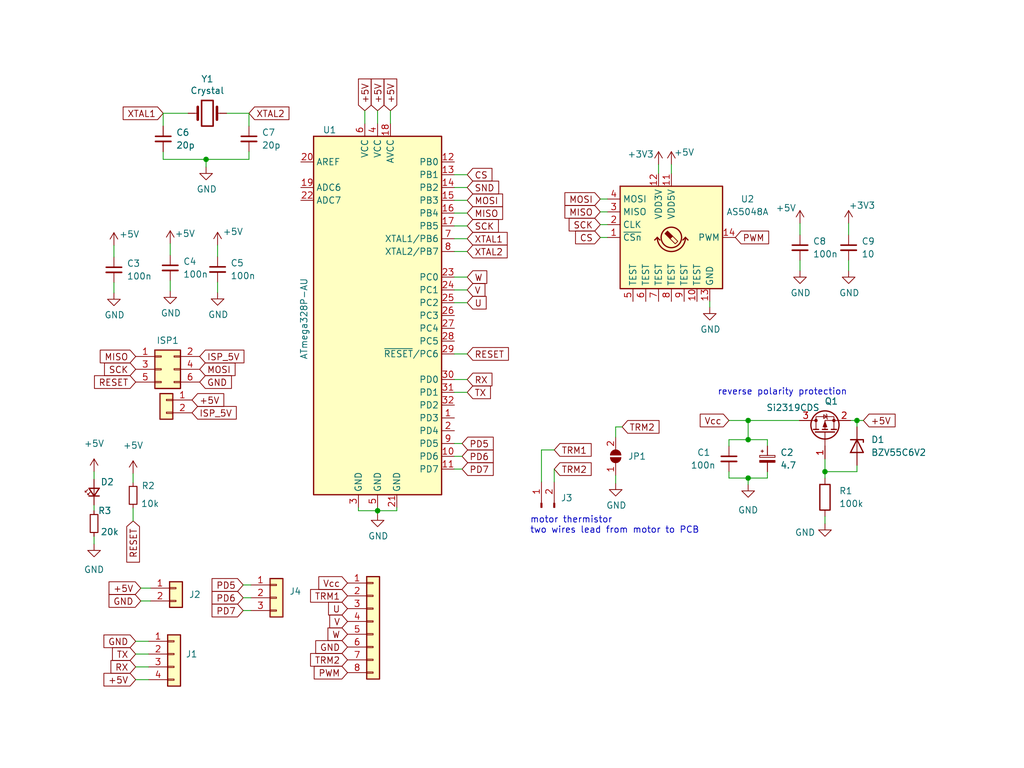
<source format=kicad_sch>
(kicad_sch (version 20211123) (generator eeschema)
  (paper "User" 203.2 152.4)
  (lib_symbols
    (symbol "Connector:Conn_01x02_Male" (pin_names (offset 1.016) hide)
      (property "Reference" "J" (at 0 2.54 0))
      (property "Value" "Conn_01x02_Male" (at 0 -5.08 0))
      (symbol "Conn_01x02_Male_1_1"
        (polyline (pts (xy 1.27 -2.54) (xy 0.8636 -2.54)) (stroke (width 0.1524)))
        (polyline (pts (xy 1.27 0) (xy 0.8636 0)) (stroke (width 0.1524)))
        (rectangle (start 0.8636 -2.413) (end 0 -2.667) (stroke (width 0.1524)) (fill (type outline)))
        (rectangle (start 0.8636 0.127) (end 0 -0.127) (stroke (width 0.1524)) (fill (type outline)))
        (pin passive line (at 5.08 0 180) (length 3.81) (name "Pin_1") (number "1"))
        (pin passive line (at 5.08 -2.54 180) (length 3.81) (name "Pin_2") (number "2"))
      )
    )
    (symbol "Connector_Generic:Conn_01x02" (pin_names (offset 1.016) hide)
      (property "Reference" "J" (at 0 2.54 0))
      (property "Value" "Conn_01x02" (at 0 -5.08 0))
      (symbol "Conn_01x02_1_1"
        (rectangle (start -1.27 -2.413) (end 0 -2.667) (stroke (width 0.1524)))
        (rectangle (start -1.27 0.127) (end 0 -0.127) (stroke (width 0.1524)))
        (rectangle (start -1.27 1.27) (end 1.27 -3.81) (stroke (width 0.254)) (fill (type background)))
        (pin passive line (at -5.08 0 0) (length 3.81) (name "Pin_1") (number "1"))
        (pin passive line (at -5.08 -2.54 0) (length 3.81) (name "Pin_2") (number "2"))
      )
    )
    (symbol "Connector_Generic:Conn_01x03" (pin_names (offset 1.016) hide)
      (property "Reference" "J" (at 0 5.08 0))
      (property "Value" "Conn_01x03" (at 0 -5.08 0))
      (symbol "Conn_01x03_1_1"
        (rectangle (start -1.27 -2.413) (end 0 -2.667) (stroke (width 0.1524)))
        (rectangle (start -1.27 0.127) (end 0 -0.127) (stroke (width 0.1524)))
        (rectangle (start -1.27 2.667) (end 0 2.413) (stroke (width 0.1524)))
        (rectangle (start -1.27 3.81) (end 1.27 -3.81) (stroke (width 0.254)) (fill (type background)))
        (pin passive line (at -5.08 2.54 0) (length 3.81) (name "Pin_1") (number "1"))
        (pin passive line (at -5.08 0 0) (length 3.81) (name "Pin_2") (number "2"))
        (pin passive line (at -5.08 -2.54 0) (length 3.81) (name "Pin_3") (number "3"))
      )
    )
    (symbol "Connector_Generic:Conn_01x04" (pin_names (offset 1.016) hide)
      (property "Reference" "J" (at 0 5.08 0))
      (property "Value" "Conn_01x04" (at 0 -7.62 0))
      (symbol "Conn_01x04_1_1"
        (rectangle (start -1.27 -4.953) (end 0 -5.207) (stroke (width 0.1524)))
        (rectangle (start -1.27 -2.413) (end 0 -2.667) (stroke (width 0.1524)))
        (rectangle (start -1.27 0.127) (end 0 -0.127) (stroke (width 0.1524)))
        (rectangle (start -1.27 2.667) (end 0 2.413) (stroke (width 0.1524)))
        (rectangle (start -1.27 3.81) (end 1.27 -6.35) (stroke (width 0.254)) (fill (type background)))
        (pin passive line (at -5.08 2.54 0) (length 3.81) (name "Pin_1") (number "1"))
        (pin passive line (at -5.08 0 0) (length 3.81) (name "Pin_2") (number "2"))
        (pin passive line (at -5.08 -2.54 0) (length 3.81) (name "Pin_3") (number "3"))
        (pin passive line (at -5.08 -5.08 0) (length 3.81) (name "Pin_4") (number "4"))
      )
    )
    (symbol "Connector_Generic:Conn_01x08" (pin_names (offset 1.016) hide)
      (property "Reference" "J" (at 0 10.16 0))
      (property "Value" "Conn_01x08" (at 0 -12.7 0))
      (symbol "Conn_01x08_1_1"
        (rectangle (start -1.27 -10.033) (end 0 -10.287) (stroke (width 0.1524)))
        (rectangle (start -1.27 -7.493) (end 0 -7.747) (stroke (width 0.1524)))
        (rectangle (start -1.27 -4.953) (end 0 -5.207) (stroke (width 0.1524)))
        (rectangle (start -1.27 -2.413) (end 0 -2.667) (stroke (width 0.1524)))
        (rectangle (start -1.27 0.127) (end 0 -0.127) (stroke (width 0.1524)))
        (rectangle (start -1.27 2.667) (end 0 2.413) (stroke (width 0.1524)))
        (rectangle (start -1.27 5.207) (end 0 4.953) (stroke (width 0.1524)))
        (rectangle (start -1.27 7.747) (end 0 7.493) (stroke (width 0.1524)))
        (rectangle (start -1.27 8.89) (end 1.27 -11.43) (stroke (width 0.254)) (fill (type background)))
        (pin passive line (at -5.08 7.62 0) (length 3.81) (name "Pin_1") (number "1"))
        (pin passive line (at -5.08 5.08 0) (length 3.81) (name "Pin_2") (number "2"))
        (pin passive line (at -5.08 2.54 0) (length 3.81) (name "Pin_3") (number "3"))
        (pin passive line (at -5.08 0 0) (length 3.81) (name "Pin_4") (number "4"))
        (pin passive line (at -5.08 -2.54 0) (length 3.81) (name "Pin_5") (number "5"))
        (pin passive line (at -5.08 -5.08 0) (length 3.81) (name "Pin_6") (number "6"))
        (pin passive line (at -5.08 -7.62 0) (length 3.81) (name "Pin_7") (number "7"))
        (pin passive line (at -5.08 -10.16 0) (length 3.81) (name "Pin_8") (number "8"))
      )
    )
    (symbol "Connector_Generic:Conn_02x03_Odd_Even" (pin_names (offset 1.016) hide)
      (property "Reference" "ISP1" (at 1.27 5.715 0))
      (symbol "Conn_02x03_Odd_Even_1_1"
        (rectangle (start -1.27 -2.413) (end 0 -2.667) (stroke (width 0.1524)))
        (rectangle (start -1.27 0.127) (end 0 -0.127) (stroke (width 0.1524)))
        (rectangle (start -1.27 2.667) (end 0 2.413) (stroke (width 0.1524)))
        (rectangle (start -1.27 3.81) (end 3.81 -3.81) (stroke (width 0.254)) (fill (type background)))
        (rectangle (start 3.81 -2.413) (end 2.54 -2.667) (stroke (width 0.1524)))
        (rectangle (start 3.81 0.127) (end 2.54 -0.127) (stroke (width 0.1524)))
        (rectangle (start 3.81 2.667) (end 2.54 2.413) (stroke (width 0.1524)))
        (pin passive line (at -5.08 2.54 0) (length 3.81) (name "Pin_1") (number "1"))
        (pin passive line (at 7.62 2.54 180) (length 3.81) (name "Pin_2") (number "2"))
        (pin passive line (at -5.08 0 0) (length 3.81) (name "Pin_3") (number "3"))
        (pin passive line (at 7.62 0 180) (length 3.81) (name "Pin_4") (number "4"))
        (pin passive line (at -5.08 -2.54 0) (length 3.81) (name "Pin_5") (number "5"))
        (pin passive line (at 7.62 -2.54 180) (length 3.81) (name "Pin_6") (number "6"))
      )
    )
    (symbol "Device:C_Polarized_Small" (pin_numbers hide) (pin_names (offset 0.254) hide)
      (property "Reference" "C" (at 0.254 1.778 0))
      (property "Value" "C_Polarized_Small" (at 0.254 -2.032 0))
      (symbol "C_Polarized_Small_0_1"
        (rectangle (start -1.524 -0.3048) (end 1.524 -0.6858) (fill (type outline)))
        (rectangle (start -1.524 0.6858) (end 1.524 0.3048))
        (polyline (pts (xy -1.27 1.524) (xy -0.762 1.524)))
        (polyline (pts (xy -1.016 1.27) (xy -1.016 1.778)))
      )
      (symbol "C_Polarized_Small_1_1"
        (pin passive line (at 0 2.54 270) (length 1.8542) (name "~") (number "1"))
        (pin passive line (at 0 -2.54 90) (length 1.8542) (name "~") (number "2"))
      )
    )
    (symbol "Device:C_Small" (pin_numbers hide) (pin_names (offset 0.254) hide)
      (property "Reference" "C" (at 0.254 1.778 0))
      (property "Value" "C_Small" (at 0.254 -2.032 0))
      (symbol "C_Small_0_1"
        (polyline (pts (xy -1.524 -0.508) (xy 1.524 -0.508)) (stroke (width 0.3302)))
        (polyline (pts (xy -1.524 0.508) (xy 1.524 0.508)) (stroke (width 0.3048)))
      )
      (symbol "C_Small_1_1"
        (pin passive line (at 0 2.54 270) (length 2.032) (name "~") (number "1"))
        (pin passive line (at 0 -2.54 90) (length 2.032) (name "~") (number "2"))
      )
    )
    (symbol "Device:Crystal" (pin_numbers hide) (pin_names (offset 1.016) hide)
      (property "Reference" "Y" (at 0 3.81 0))
      (property "Value" "Crystal" (at 0 -3.81 0))
      (symbol "Crystal_0_1"
        (rectangle (start -1.143 2.54) (end 1.143 -2.54) (stroke (width 0.3048)))
        (polyline (pts (xy -2.54 0) (xy -1.905 0)))
        (polyline (pts (xy -1.905 -1.27) (xy -1.905 1.27)) (stroke (width 0.508)))
        (polyline (pts (xy 1.905 -1.27) (xy 1.905 1.27)) (stroke (width 0.508)))
        (polyline (pts (xy 2.54 0) (xy 1.905 0)))
      )
      (symbol "Crystal_1_1"
        (pin passive line (at -3.81 0 0) (length 1.27) (name "1") (number "1"))
        (pin passive line (at 3.81 0 180) (length 1.27) (name "2") (number "2"))
      )
    )
    (symbol "Device:LED_Small" (pin_numbers hide) (pin_names (offset 0.254) hide)
      (property "Reference" "D" (at -1.27 3.175 0))
      (property "Value" "LED_Small" (at -4.445 -2.54 0))
      (symbol "LED_Small_0_1"
        (polyline (pts (xy -0.762 -1.016) (xy -0.762 1.016)) (stroke (width 0.254)))
        (polyline (pts (xy 1.016 0) (xy -0.762 0)))
        (polyline (pts (xy 0.762 -1.016) (xy -0.762 0) (xy 0.762 1.016) (xy 0.762 -1.016)) (stroke (width 0.254)))
        (polyline (pts (xy 0 0.762) (xy -0.508 1.27) (xy -0.254 1.27) (xy -0.508 1.27) (xy -0.508 1.016)))
        (polyline (pts (xy 0.508 1.27) (xy 0 1.778) (xy 0.254 1.778) (xy 0 1.778) (xy 0 1.524)))
      )
      (symbol "LED_Small_1_1"
        (pin passive line (at -2.54 0 0) (length 1.778) (name "K") (number "1"))
        (pin passive line (at 2.54 0 180) (length 1.778) (name "A") (number "2"))
      )
    )
    (symbol "Device:R" (pin_numbers hide) (pin_names (offset 0))
      (property "Reference" "R" (at 2.032 0 90))
      (property "Value" "R" (at 0 0 90))
      (symbol "R_0_1"
        (rectangle (start -1.016 -2.54) (end 1.016 2.54) (stroke (width 0.254)))
      )
      (symbol "R_1_1"
        (pin passive line (at 0 3.81 270) (length 1.27) (name "~") (number "1"))
        (pin passive line (at 0 -3.81 90) (length 1.27) (name "~") (number "2"))
      )
    )
    (symbol "Device:R_Small" (pin_numbers hide) (pin_names (offset 0.254) hide)
      (property "Reference" "R" (at 0.762 0.508 0))
      (property "Value" "R_Small" (at 0.762 -1.016 0))
      (symbol "R_Small_0_1"
        (rectangle (start -0.762 1.778) (end 0.762 -1.778) (stroke (width 0.2032)))
      )
      (symbol "R_Small_1_1"
        (pin passive line (at 0 2.54 270) (length 0.762) (name "~") (number "1"))
        (pin passive line (at 0 -2.54 90) (length 0.762) (name "~") (number "2"))
      )
    )
    (symbol "Diode:BZV55B10" (pin_numbers hide) (pin_names hide)
      (property "Reference" "D" (at 0 2.54 0))
      (property "Value" "BZV55B10" (at 0 -2.54 0))
      (symbol "BZV55B10_0_1"
        (polyline (pts (xy 1.27 0) (xy -1.27 0)))
        (polyline (pts (xy -1.27 -1.27) (xy -1.27 1.27) (xy -0.762 1.27)) (stroke (width 0.254)))
        (polyline (pts (xy 1.27 -1.27) (xy 1.27 1.27) (xy -1.27 0) (xy 1.27 -1.27)) (stroke (width 0.254)))
      )
      (symbol "BZV55B10_1_1"
        (pin passive line (at -3.81 0 0) (length 2.54) (name "K") (number "1"))
        (pin passive line (at 3.81 0 180) (length 2.54) (name "A") (number "2"))
      )
    )
    (symbol "Jumper:SolderJumper_2_Open" (pin_names (offset 0) hide)
      (property "Reference" "JP" (at 0 2.032 0))
      (property "Value" "SolderJumper_2_Open" (at 0 -2.54 0))
      (symbol "SolderJumper_2_Open_0_1"
        (arc (start -0.254 1.016) (mid -1.27 0) (end -0.254 -1.016))
        (arc (start -0.254 1.016) (mid -1.27 0) (end -0.254 -1.016) (fill (type outline)))
        (polyline (pts (xy -0.254 1.016) (xy -0.254 -1.016)))
        (polyline (pts (xy 0.254 1.016) (xy 0.254 -1.016)))
        (arc (start 0.254 -1.016) (mid 1.27 0) (end 0.254 1.016))
        (arc (start 0.254 -1.016) (mid 1.27 0) (end 0.254 1.016) (fill (type outline)))
      )
      (symbol "SolderJumper_2_Open_1_1"
        (pin passive line (at -3.81 0 0) (length 2.54) (name "A") (number "1"))
        (pin passive line (at 3.81 0 180) (length 2.54) (name "B") (number "2"))
      )
    )
    (symbol "Sensor_Magnetic:AS5048A"
      (property "Reference" "U" (at -10.16 11.43 0))
      (property "Value" "AS5048A" (at 10.16 11.43 0))
      (symbol "AS5048A_0_1"
        (rectangle (start -10.16 10.16) (end 10.16 -10.16) (stroke (width 0.254)) (fill (type background)))
        (arc (start -2.794 0) (mid 0 -2.794) (end 2.794 0) (stroke (width 0.254)))
        (polyline (pts (xy -2.794 0) (xy -3.302 -0.508)) (stroke (width 0.254)))
        (polyline (pts (xy -2.794 0) (xy -2.286 -0.508)) (stroke (width 0.254)))
        (polyline (pts (xy 2.794 0) (xy 2.286 -0.508)) (stroke (width 0.254)))
        (polyline (pts (xy 2.794 0) (xy 3.302 -0.508)) (stroke (width 0.254)))
      )
      (symbol "AS5048A_1_1"
        (polyline (pts (xy 0.254 0.254) (xy 1.27 -0.762) (xy 0.762 -1.27) (xy -0.254 -0.254)))
        (polyline (pts (xy -0.762 1.27) (xy 0.254 0.254) (xy -0.254 -0.254) (xy -1.27 0.762) (xy -1.016 1.016) (xy -0.762 1.27) (xy -0.635 1.143)) (fill (type outline)))
        (circle (center 0 0) (radius 2.032) (stroke (width 0.254)))
        (pin input line (at -12.7 0 0) (length 2.54) (name "~{CSn}") (number "1"))
        (pin passive line (at 5.08 -12.7 90) (length 2.54) (name "TEST") (number "10"))
        (pin power_in line (at 0 12.7 270) (length 2.54) (name "VDD5V") (number "11"))
        (pin power_in line (at -2.54 12.7 270) (length 2.54) (name "VDD3V") (number "12"))
        (pin power_in line (at 7.62 -12.7 90) (length 2.54) (name "GND") (number "13"))
        (pin output line (at 12.7 0 180) (length 2.54) (name "PWM") (number "14"))
        (pin input line (at -12.7 2.54 0) (length 2.54) (name "CLK") (number "2"))
        (pin output line (at -12.7 5.08 0) (length 2.54) (name "MISO") (number "3"))
        (pin input line (at -12.7 7.62 0) (length 2.54) (name "MOSI") (number "4"))
        (pin passive line (at -7.62 -12.7 90) (length 2.54) (name "TEST") (number "5"))
        (pin passive line (at -5.08 -12.7 90) (length 2.54) (name "TEST") (number "6"))
        (pin passive line (at -2.54 -12.7 90) (length 2.54) (name "TEST") (number "7"))
        (pin passive line (at 0 -12.7 90) (length 2.54) (name "TEST") (number "8"))
        (pin passive line (at 2.54 -12.7 90) (length 2.54) (name "TEST") (number "9"))
      )
    )
    (symbol "Transistor_FET:Si2319CDS" (pin_names hide)
      (property "Reference" "Q" (at 5.08 1.905 0))
      (property "Value" "Si2319CDS" (at 5.08 0 0))
      (symbol "Si2319CDS_0_1"
        (polyline (pts (xy 0.254 0) (xy -2.54 0)))
        (polyline (pts (xy 0.254 1.905) (xy 0.254 -1.905)) (stroke (width 0.254)))
        (polyline (pts (xy 0.762 -1.27) (xy 0.762 -2.286)) (stroke (width 0.254)))
        (polyline (pts (xy 0.762 0.508) (xy 0.762 -0.508)) (stroke (width 0.254)))
        (polyline (pts (xy 0.762 2.286) (xy 0.762 1.27)) (stroke (width 0.254)))
        (polyline (pts (xy 2.54 2.54) (xy 2.54 1.778)))
        (polyline (pts (xy 2.54 -2.54) (xy 2.54 0) (xy 0.762 0)))
        (polyline (pts (xy 0.762 1.778) (xy 3.302 1.778) (xy 3.302 -1.778) (xy 0.762 -1.778)))
        (polyline (pts (xy 2.286 0) (xy 1.27 0.381) (xy 1.27 -0.381) (xy 2.286 0)) (fill (type outline)))
        (polyline (pts (xy 2.794 -0.508) (xy 2.921 -0.381) (xy 3.683 -0.381) (xy 3.81 -0.254)))
        (polyline (pts (xy 3.302 -0.381) (xy 2.921 0.254) (xy 3.683 0.254) (xy 3.302 -0.381)))
        (circle (center 1.651 0) (radius 2.794) (stroke (width 0.254)))
        (circle (center 2.54 -1.778) (radius 0.254) (fill (type outline)))
        (circle (center 2.54 1.778) (radius 0.254) (fill (type outline)))
      )
      (symbol "Si2319CDS_1_1"
        (pin input line (at -5.08 0 0) (length 2.54) (name "G") (number "1"))
        (pin passive line (at 2.54 -5.08 90) (length 2.54) (name "S") (number "2"))
        (pin passive line (at 2.54 5.08 270) (length 2.54) (name "D") (number "3"))
      )
    )
    (symbol "atmega328-rescue:ATmega328P-AU-MCU_Microchip_ATmega"
      (property "Reference" "U" (at -12.7 36.83 0))
      (property "Value" "ATmega328P-AU-MCU_Microchip_ATmega" (at 11.43 -36.83 0))
      (symbol "ATmega328P-AU-MCU_Microchip_ATmega_0_1"
        (rectangle (start -12.7 -35.56) (end 12.7 35.56) (stroke (width 0.254)) (fill (type background)))
      )
      (symbol "ATmega328P-AU-MCU_Microchip_ATmega_1_1"
        (pin bidirectional line (at 15.24 -20.32 180) (length 2.54) (name "PD3") (number "1"))
        (pin bidirectional line (at 15.24 -27.94 180) (length 2.54) (name "PD6") (number "10"))
        (pin bidirectional line (at 15.24 -30.48 180) (length 2.54) (name "PD7") (number "11"))
        (pin bidirectional line (at 15.24 30.48 180) (length 2.54) (name "PB0") (number "12"))
        (pin bidirectional line (at 15.24 27.94 180) (length 2.54) (name "PB1") (number "13"))
        (pin bidirectional line (at 15.24 25.4 180) (length 2.54) (name "PB2") (number "14"))
        (pin bidirectional line (at 15.24 22.86 180) (length 2.54) (name "PB3") (number "15"))
        (pin bidirectional line (at 15.24 20.32 180) (length 2.54) (name "PB4") (number "16"))
        (pin bidirectional line (at 15.24 17.78 180) (length 2.54) (name "PB5") (number "17"))
        (pin power_in line (at 2.54 38.1 270) (length 2.54) (name "AVCC") (number "18"))
        (pin input line (at -15.24 25.4 0) (length 2.54) (name "ADC6") (number "19"))
        (pin bidirectional line (at 15.24 -22.86 180) (length 2.54) (name "PD4") (number "2"))
        (pin passive line (at -15.24 30.48 0) (length 2.54) (name "AREF") (number "20"))
        (pin passive line (at 3.81 -38.1 90) (length 2.54) (name "GND") (number "21"))
        (pin input line (at -15.24 22.86 0) (length 2.54) (name "ADC7") (number "22"))
        (pin bidirectional line (at 15.24 7.62 180) (length 2.54) (name "PC0") (number "23"))
        (pin bidirectional line (at 15.24 5.08 180) (length 2.54) (name "PC1") (number "24"))
        (pin bidirectional line (at 15.24 2.54 180) (length 2.54) (name "PC2") (number "25"))
        (pin bidirectional line (at 15.24 0 180) (length 2.54) (name "PC3") (number "26"))
        (pin bidirectional line (at 15.24 -2.54 180) (length 2.54) (name "PC4") (number "27"))
        (pin bidirectional line (at 15.24 -5.08 180) (length 2.54) (name "PC5") (number "28"))
        (pin bidirectional line (at 15.24 -7.62 180) (length 2.54) (name "~{RESET}/PC6") (number "29"))
        (pin power_in line (at -3.81 -38.1 90) (length 2.54) (name "GND") (number "3"))
        (pin bidirectional line (at 15.24 -12.7 180) (length 2.54) (name "PD0") (number "30"))
        (pin bidirectional line (at 15.24 -15.24 180) (length 2.54) (name "PD1") (number "31"))
        (pin bidirectional line (at 15.24 -17.78 180) (length 2.54) (name "PD2") (number "32"))
        (pin power_in line (at 0 38.1 270) (length 2.54) (name "VCC") (number "4"))
        (pin passive line (at 0 -38.1 90) (length 2.54) (name "GND") (number "5"))
        (pin passive line (at -2.54 38.1 270) (length 2.54) (name "VCC") (number "6"))
        (pin bidirectional line (at 15.24 15.24 180) (length 2.54) (name "XTAL1/PB6") (number "7"))
        (pin bidirectional line (at 15.24 12.7 180) (length 2.54) (name "XTAL2/PB7") (number "8"))
        (pin bidirectional line (at 15.24 -25.4 180) (length 2.54) (name "PD5") (number "9"))
      )
    )
    (symbol "power:+3V3" (power) (pin_names (offset 0))
      (property "Value" "+3V3" (at 0 3.556 0))
      (symbol "+3V3_0_1"
        (polyline (pts (xy -0.762 1.27) (xy 0 2.54)))
        (polyline (pts (xy 0 0) (xy 0 2.54)))
        (polyline (pts (xy 0 2.54) (xy 0.762 1.27)))
      )
      (symbol "+3V3_1_1"
        (pin power_in line (at 0 0 90) (length 0) hide (name "+3V3") (number "1"))
      )
    )
    (symbol "power:+5V" (power) (pin_names (offset 0))
      (property "Value" "+5V" (at 0 3.556 0))
      (symbol "+5V_0_1"
        (polyline (pts (xy -0.762 1.27) (xy 0 2.54)))
        (polyline (pts (xy 0 0) (xy 0 2.54)))
        (polyline (pts (xy 0 2.54) (xy 0.762 1.27)))
      )
      (symbol "+5V_1_1"
        (pin power_in line (at 0 0 90) (length 0) hide (name "+5V") (number "1"))
      )
    )
    (symbol "power:GND" (power) (pin_names (offset 0))
      (property "Value" "GND" (at 0 -3.81 0))
      (symbol "GND_0_1"
        (polyline (pts (xy 0 0) (xy 0 -1.27) (xy 1.27 -1.27) (xy 0 -2.54) (xy -1.27 -1.27) (xy 0 -1.27)))
      )
      (symbol "GND_1_1"
        (pin power_in line (at 0 0 270) (length 0) hide (name "GND") (number "1"))
      )
    )
  )
  (junction (at 163.703 93.599))
  (junction (at 40.894 31.623))
  (junction (at 148.463 87.249))
  (junction (at 170.053 83.439))
  (junction (at 74.93 101.346))
  (junction (at 148.463 83.439))
  (junction (at 148.463 94.869))
  (wire (pts (xy 33.782 55.7012) (xy 33.782 57.7332)))
  (wire (pts (xy 122.174 84.709) (xy 122.174 86.741)))
  (wire (pts (xy 43.18 56.007) (xy 43.18 58.039)))
  (wire (pts (xy 163.703 93.599) (xy 163.703 94.869)))
  (wire (pts (xy 152.273 88.519) (xy 152.273 87.249)))
  (wire (pts (xy 92.71 34.671) (xy 90.17 34.671)))
  (wire (pts (xy 92.71 77.851) (xy 90.17 77.851)))
  (wire (pts (xy 32.385 31.623) (xy 40.894 31.623)))
  (wire (pts (xy 26.924 134.874) (xy 29.464 134.874)))
  (wire (pts (xy 92.71 49.911) (xy 90.17 49.911)))
  (wire (pts (xy 18.669 100.203) (xy 18.669 101.346)))
  (wire (pts (xy 92.71 75.311) (xy 90.17 75.311)))
  (wire (pts (xy 49.784 121.158) (xy 48.26 121.158)))
  (wire (pts (xy 92.71 39.751) (xy 90.17 39.751)))
  (wire (pts (xy 144.653 83.439) (xy 148.463 83.439)))
  (wire (pts (xy 71.12 100.711) (xy 71.12 101.346)))
  (wire (pts (xy 144.653 88.519) (xy 144.653 87.249)))
  (wire (pts (xy 32.385 22.479) (xy 37.338 22.479)))
  (wire (pts (xy 33.782 48.3352) (xy 33.782 50.6212)))
  (wire (pts (xy 74.93 101.346) (xy 74.93 100.711)))
  (wire (pts (xy 148.463 83.439) (xy 158.623 83.439)))
  (wire (pts (xy 26.416 103.378) (xy 26.416 100.838)))
  (wire (pts (xy 32.385 25.019) (xy 32.385 22.479)))
  (wire (pts (xy 90.17 57.531) (xy 92.71 57.531)))
  (wire (pts (xy 133.223 32.639) (xy 133.223 34.417)))
  (wire (pts (xy 109.982 93.091) (xy 109.982 95.631)))
  (wire (pts (xy 148.463 94.869) (xy 152.273 94.869)))
  (wire (pts (xy 26.416 93.98) (xy 26.416 95.758)))
  (wire (pts (xy 32.385 30.099) (xy 32.385 31.623)))
  (wire (pts (xy 144.653 93.599) (xy 144.653 94.869)))
  (wire (pts (xy 148.463 94.869) (xy 148.463 96.139)))
  (wire (pts (xy 49.403 31.623) (xy 49.403 30.099)))
  (wire (pts (xy 170.053 83.439) (xy 171.323 83.439)))
  (wire (pts (xy 170.053 92.329) (xy 170.053 93.599)))
  (wire (pts (xy 18.669 93.599) (xy 18.669 95.123)))
  (wire (pts (xy 119.126 47.117) (xy 120.523 47.117)))
  (wire (pts (xy 170.053 83.439) (xy 170.053 84.709)))
  (wire (pts (xy 152.273 94.869) (xy 152.273 93.599)))
  (wire (pts (xy 123.444 84.709) (xy 122.174 84.709)))
  (wire (pts (xy 92.71 42.291) (xy 90.17 42.291)))
  (wire (pts (xy 90.17 60.071) (xy 92.71 60.071)))
  (wire (pts (xy 158.75 44.323) (xy 158.75 46.609)))
  (wire (pts (xy 90.17 93.091) (xy 91.694 93.091)))
  (wire (pts (xy 40.894 31.623) (xy 40.894 33.147)))
  (wire (pts (xy 144.653 87.249) (xy 148.463 87.249)))
  (wire (pts (xy 71.12 101.346) (xy 74.93 101.346)))
  (wire (pts (xy 92.71 70.231) (xy 90.17 70.231)))
  (wire (pts (xy 22.606 48.7162) (xy 22.606 51.0022)))
  (wire (pts (xy 92.71 37.211) (xy 90.17 37.211)))
  (wire (pts (xy 168.783 83.439) (xy 170.053 83.439)))
  (wire (pts (xy 122.174 94.361) (xy 122.174 95.885)))
  (wire (pts (xy 158.75 51.689) (xy 158.75 53.721)))
  (wire (pts (xy 49.403 22.479) (xy 44.958 22.479)))
  (wire (pts (xy 26.924 129.794) (xy 29.464 129.794)))
  (wire (pts (xy 77.47 21.971) (xy 77.47 24.511)))
  (wire (pts (xy 119.126 42.037) (xy 120.523 42.037)))
  (wire (pts (xy 130.683 32.639) (xy 130.683 34.417)))
  (wire (pts (xy 49.403 25.019) (xy 49.403 22.479)))
  (wire (pts (xy 27.94 116.713) (xy 29.845 116.713)))
  (wire (pts (xy 90.17 90.551) (xy 91.694 90.551)))
  (wire (pts (xy 27.94 119.253) (xy 29.845 119.253)))
  (wire (pts (xy 168.402 51.689) (xy 168.402 53.721)))
  (wire (pts (xy 92.71 47.371) (xy 90.17 47.371)))
  (wire (pts (xy 72.39 24.511) (xy 72.39 21.971)))
  (wire (pts (xy 90.17 88.011) (xy 91.694 88.011)))
  (wire (pts (xy 107.442 89.281) (xy 107.442 95.631)))
  (wire (pts (xy 168.402 44.323) (xy 168.402 46.609)))
  (wire (pts (xy 74.93 101.981) (xy 74.93 101.346)))
  (wire (pts (xy 43.18 48.641) (xy 43.18 50.927)))
  (wire (pts (xy 163.703 91.059) (xy 163.703 93.599)))
  (wire (pts (xy 109.982 89.281) (xy 107.442 89.281)))
  (wire (pts (xy 26.924 127.254) (xy 29.464 127.254)))
  (wire (pts (xy 163.703 93.599) (xy 170.053 93.599)))
  (wire (pts (xy 163.703 102.489) (xy 163.703 103.886)))
  (wire (pts (xy 92.71 44.831) (xy 90.17 44.831)))
  (wire (pts (xy 78.74 101.346) (xy 74.93 101.346)))
  (wire (pts (xy 144.653 94.869) (xy 148.463 94.869)))
  (wire (pts (xy 148.463 83.439) (xy 148.463 87.249)))
  (wire (pts (xy 22.606 56.0822) (xy 22.606 58.1142)))
  (wire (pts (xy 49.784 118.618) (xy 48.26 118.618)))
  (wire (pts (xy 148.463 87.249) (xy 152.273 87.249)))
  (wire (pts (xy 119.126 44.577) (xy 120.523 44.577)))
  (wire (pts (xy 49.784 116.078) (xy 48.26 116.078)))
  (wire (pts (xy 92.71 54.991) (xy 90.17 54.991)))
  (wire (pts (xy 74.93 21.971) (xy 74.93 24.511)))
  (wire (pts (xy 119.126 39.497) (xy 120.523 39.497)))
  (wire (pts (xy 26.924 132.334) (xy 29.464 132.334)))
  (wire (pts (xy 140.843 59.817) (xy 140.843 60.96)))
  (wire (pts (xy 78.74 100.711) (xy 78.74 101.346)))
  (wire (pts (xy 40.894 31.623) (xy 49.403 31.623)))
  (wire (pts (xy 18.669 106.426) (xy 18.669 107.95)))
  (text "motor thermistor\ntwo wires lead from motor to PCB" (at 105.156 106.045 0) (effects (font (size 1.27 1.27)) (justify left bottom)))
  (text "reverse polarity protection" (at 142.367 78.613 0) (effects (font (size 1.27 1.27)) (justify left bottom)))
  (global_label "SND" (shape input) (at 92.71 37.211 0) (property "Intersheet References" "${INTERSHEET_REFS}" (effects hide)))
  (global_label "+5V" (shape input) (at 72.39 21.971 90) (property "Intersheet References" "${INTERSHEET_REFS}" (effects hide)))
  (global_label "RESET" (shape input) (at 92.71 70.231 0) (property "Intersheet References" "${INTERSHEET_REFS}" (effects hide)))
  (global_label "MISO" (shape input) (at 119.126 42.037 180) (property "Intersheet References" "${INTERSHEET_REFS}" (effects hide)))
  (global_label "PD7" (shape input) (at 48.26 121.158 180) (property "Intersheet References" "${INTERSHEET_REFS}" (effects hide)))
  (global_label "SCK" (shape input) (at 92.71 44.831 0) (property "Intersheet References" "${INTERSHEET_REFS}" (effects hide)))
  (global_label "V" (shape input) (at 68.961 123.317 180) (property "Intersheet References" "${INTERSHEET_REFS}" (effects hide)))
  (global_label "Vcc" (shape input) (at 144.653 83.439 180) (property "Intersheet References" "${INTERSHEET_REFS}" (effects hide)))
  (global_label "PWM" (shape input) (at 68.961 133.477 180) (property "Intersheet References" "${INTERSHEET_REFS}" (effects hide)))
  (global_label "MOSI" (shape input) (at 119.126 39.497 180) (property "Intersheet References" "${INTERSHEET_REFS}" (effects hide)))
  (global_label "ISP_5V" (shape input) (at 38.1 81.915 0) (property "Intersheet References" "${INTERSHEET_REFS}" (effects hide)))
  (global_label "GND" (shape input) (at 27.94 119.253 180) (property "Intersheet References" "${INTERSHEET_REFS}" (effects hide)))
  (global_label "+5V" (shape input) (at 74.93 21.971 90) (property "Intersheet References" "${INTERSHEET_REFS}" (effects hide)))
  (global_label "+5V" (shape input) (at 77.47 21.971 90) (property "Intersheet References" "${INTERSHEET_REFS}" (effects hide)))
  (global_label "MISO" (shape input) (at 92.71 42.291 0) (property "Intersheet References" "${INTERSHEET_REFS}" (effects hide)))
  (global_label "TRM1" (shape input) (at 109.982 89.281 0) (property "Intersheet References" "${INTERSHEET_REFS}" (effects hide)))
  (global_label "U" (shape input) (at 92.71 60.071 0) (property "Intersheet References" "${INTERSHEET_REFS}" (effects hide)))
  (global_label "RX" (shape input) (at 92.71 75.311 0) (property "Intersheet References" "${INTERSHEET_REFS}" (effects hide)))
  (global_label "PWM" (shape input) (at 145.923 47.117 0) (property "Intersheet References" "${INTERSHEET_REFS}" (effects hide)))
  (global_label "RESET" (shape input) (at 26.416 103.378 270) (property "Intersheet References" "${INTERSHEET_REFS}" (effects hide)))
  (global_label "PD7" (shape input) (at 91.694 93.091 0) (property "Intersheet References" "${INTERSHEET_REFS}" (effects hide)))
  (global_label "XTAL1" (shape input) (at 32.385 22.479 180) (property "Intersheet References" "${INTERSHEET_REFS}" (effects hide)))
  (global_label "XTAL1" (shape input) (at 92.71 47.371 0) (property "Intersheet References" "${INTERSHEET_REFS}" (effects hide)))
  (global_label "CS" (shape input) (at 92.71 34.671 0) (property "Intersheet References" "${INTERSHEET_REFS}" (effects hide)))
  (global_label "GND" (shape input) (at 68.961 128.397 180) (property "Intersheet References" "${INTERSHEET_REFS}" (effects hide)))
  (global_label "PD5" (shape input) (at 91.694 88.011 0) (property "Intersheet References" "${INTERSHEET_REFS}" (effects hide)))
  (global_label "ISP_5V" (shape input) (at 39.624 70.739 0) (property "Intersheet References" "${INTERSHEET_REFS}" (effects hide)))
  (global_label "U" (shape input) (at 68.961 120.777 180) (property "Intersheet References" "${INTERSHEET_REFS}" (effects hide)))
  (global_label "SCK" (shape input) (at 119.126 44.577 180) (property "Intersheet References" "${INTERSHEET_REFS}" (effects hide)))
  (global_label "+5V" (shape input) (at 27.94 116.713 180) (property "Intersheet References" "${INTERSHEET_REFS}" (effects hide)))
  (global_label "+5V" (shape input) (at 26.924 134.874 180) (property "Intersheet References" "${INTERSHEET_REFS}" (effects hide)))
  (global_label "TRM1" (shape input) (at 68.961 118.237 180) (property "Intersheet References" "${INTERSHEET_REFS}" (effects hide)))
  (global_label "TRM2" (shape input) (at 123.444 84.709 0) (property "Intersheet References" "${INTERSHEET_REFS}" (effects hide)))
  (global_label "GND" (shape input) (at 26.924 127.254 180) (property "Intersheet References" "${INTERSHEET_REFS}" (effects hide)))
  (global_label "XTAL2" (shape input) (at 92.71 49.911 0) (property "Intersheet References" "${INTERSHEET_REFS}" (effects hide)))
  (global_label "RX" (shape input) (at 26.924 132.334 180) (property "Intersheet References" "${INTERSHEET_REFS}" (effects hide)))
  (global_label "TX" (shape input) (at 92.71 77.851 0) (property "Intersheet References" "${INTERSHEET_REFS}" (effects hide)))
  (global_label "Vcc" (shape input) (at 68.961 115.697 180) (property "Intersheet References" "${INTERSHEET_REFS}" (effects hide)))
  (global_label "SCK" (shape input) (at 26.924 73.279 180) (property "Intersheet References" "${INTERSHEET_REFS}" (effects hide)))
  (global_label "TRM2" (shape input) (at 68.961 130.937 180) (property "Intersheet References" "${INTERSHEET_REFS}" (effects hide)))
  (global_label "MOSI" (shape input) (at 39.624 73.279 0) (property "Intersheet References" "${INTERSHEET_REFS}" (effects hide)))
  (global_label "+5V" (shape input) (at 38.1 79.375 0) (property "Intersheet References" "${INTERSHEET_REFS}" (effects hide)))
  (global_label "W" (shape input) (at 92.71 54.991 0) (property "Intersheet References" "${INTERSHEET_REFS}" (effects hide)))
  (global_label "PD6" (shape input) (at 48.26 118.618 180) (property "Intersheet References" "${INTERSHEET_REFS}" (effects hide)))
  (global_label "V" (shape input) (at 92.71 57.531 0) (property "Intersheet References" "${INTERSHEET_REFS}" (effects hide)))
  (global_label "RESET" (shape input) (at 26.924 75.819 180) (property "Intersheet References" "${INTERSHEET_REFS}" (effects hide)))
  (global_label "+5V" (shape input) (at 171.323 83.439 0) (property "Intersheet References" "${INTERSHEET_REFS}" (effects hide)))
  (global_label "MISO" (shape input) (at 26.924 70.739 180) (property "Intersheet References" "${INTERSHEET_REFS}" (effects hide)))
  (global_label "XTAL2" (shape input) (at 49.403 22.479 0) (property "Intersheet References" "${INTERSHEET_REFS}" (effects hide)))
  (global_label "PD6" (shape input) (at 91.694 90.551 0) (property "Intersheet References" "${INTERSHEET_REFS}" (effects hide)))
  (global_label "PD5" (shape input) (at 48.26 116.078 180) (property "Intersheet References" "${INTERSHEET_REFS}" (effects hide)))
  (global_label "GND" (shape input) (at 39.624 75.819 0) (property "Intersheet References" "${INTERSHEET_REFS}" (effects hide)))
  (global_label "TRM2" (shape input) (at 109.982 93.091 0) (property "Intersheet References" "${INTERSHEET_REFS}" (effects hide)))
  (global_label "TX" (shape input) (at 26.924 129.794 180) (property "Intersheet References" "${INTERSHEET_REFS}" (effects hide)))
  (global_label "W" (shape input) (at 68.961 125.857 180) (property "Intersheet References" "${INTERSHEET_REFS}" (effects hide)))
  (global_label "MOSI" (shape input) (at 92.71 39.751 0) (property "Intersheet References" "${INTERSHEET_REFS}" (effects hide)))
  (global_label "CS" (shape input) (at 119.126 47.117 180) (property "Intersheet References" "${INTERSHEET_REFS}" (effects hide)))
  (symbol (lib_id "atmega328-rescue:ATmega328P-AU-MCU_Microchip_ATmega") (at 74.93 62.611 0) (unit 1)
    (property "Reference" "U1" (at 65.405 25.781 0))
    (property "Value" "ATmega328P-AU" (at 60.325 63.246 90))
    (property "Footprint" "Package_QFP:TQFP-32_7x7mm_P0.8mm" (effects hide))
    (property "Datasheet" "http://ww1.microchip.com/downloads/en/DeviceDoc/ATmega328_P%20AVR%20MCU%20with%20picoPower%20Technology%20Data%20Sheet%2040001984A.pdf" (effects hide))
    (property "LCSC" "C14877" (effects hide))
  )
  (symbol (lib_id "Device:Crystal") (at 41.148 22.479 0) (unit 1)
    (property "Reference" "Y1" (at 41.148 15.6718 0))
    (property "Value" "Crystal" (at 41.148 17.9832 0))
    (property "Footprint" "Crystal:Crystal_SMD_5032-2Pin_5.0x3.2mm" (effects hide))
    (property "Datasheet" "https://datasheet.lcsc.com/lcsc/1811151425_TAE-Zhejiang-Abel-Elec-TAXM12M2QLFCDT1T_C122521.pdf" (effects hide))
    (property "LCSC" "C122521" (effects hide))
  )
  (symbol (lib_id "Connector_Generic:Conn_02x03_Odd_Even") (at 32.004 73.279 0) (unit 1) (in_bom no)
    (property "Reference" "ISP1" (at 33.274 67.564 0))
    (property "Value" "Conn_02x03_Top_Bottom" (effects hide))
    (property "Footprint" "Connector_PinSocket_2.54mm:isp_6pin" (effects hide))
  )
  (symbol (lib_id "power:GND") (at 40.894 33.147 0) (unit 1)
    (property "Reference" "#PWR0105" (effects hide))
    (property "Value" "GND" (at 41.021 37.5412 0))
  )
  (symbol (lib_id "power:GND") (at 74.93 101.981 0) (unit 1)
    (property "Reference" "#PWR0106" (effects hide))
    (property "Value" "GND" (at 75.057 106.3752 0))
  )
  (symbol (lib_id "power:GND") (at 22.606 58.1142 0) (unit 1)
    (property "Reference" "#PWR02" (effects hide))
    (property "Value" "GND" (at 22.733 62.5084 0))
  )
  (symbol (lib_id "Connector_Generic:Conn_01x04") (at 34.544 129.794 0) (unit 1) (in_bom no)
    (property "Reference" "J1" (at 36.83 129.7939 0) (effects (justify left)))
    (property "Value" "Conn_01x04" (effects hide))
    (property "Footprint" "Connector_PinHeader_2.54mm:PinHeader_1x04_P2.54mm_Vertical" (effects hide))
  )
  (symbol (lib_id "power:GND") (at 148.463 96.139 0) (unit 1)
    (property "Reference" "#PWR012" (effects hide))
    (property "Value" "GND" (at 148.463 101.219 0))
  )
  (symbol (lib_id "Device:C_Small") (at 158.75 49.149 0) (unit 1)
    (property "Reference" "C8" (at 161.29 47.879 0) (effects (justify left)))
    (property "Value" "100n" (at 161.29 50.419 0) (effects (justify left)))
    (property "Footprint" "Capacitor_SMD:C_0402_1005Metric" (effects hide))
    (property "Datasheet" "https://datasheet.lcsc.com/lcsc/1810191219_Samsung-Electro-Mechanics-CL05B104KO5NNNC_C1525.pdf" (effects hide))
    (property "LCSC" "C1525" (effects hide))
  )
  (symbol (lib_id "power:+5V") (at 43.18 48.641 0) (unit 1)
    (property "Reference" "#PWR014" (effects hide))
    (property "Value" "+5V" (at 46.228 45.974 0))
  )
  (symbol (lib_id "Device:C_Polarized_Small") (at 152.273 91.059 0) (unit 1)
    (property "Reference" "C2" (at 154.813 89.789 0) (effects (justify left)))
    (property "Value" "4.7" (at 154.813 92.329 0) (effects (justify left)))
    (property "Footprint" "Capacitor_Tantalum_SMD:CP_EIA-3216-18_Kemet-A" (effects hide))
    (property "Datasheet" "https://datasheet.lcsc.com/lcsc/1810191222_Samsung-Electro-Mechanics-CL05B104KB54PNC_C307331.pdf" (effects hide))
    (property "LCSC" "C110055" (effects hide))
  )
  (symbol (lib_id "power:+5V") (at 22.606 48.7162 0) (unit 1)
    (property "Reference" "#PWR01" (effects hide))
    (property "Value" "+5V" (at 25.654 46.482 0))
  )
  (symbol (lib_id "power:GND") (at 140.843 60.96 0) (unit 1)
    (property "Reference" "#PWR0102" (effects hide))
    (property "Value" "GND" (at 140.97 65.3542 0))
  )
  (symbol (lib_id "Device:C_Small") (at 144.653 91.059 0) (mirror y) (unit 1)
    (property "Reference" "C1" (at 138.303 89.789 0) (effects (justify right)))
    (property "Value" "100n" (at 137.033 92.329 0) (effects (justify right)))
    (property "Footprint" "Capacitor_SMD:C_0603_1608Metric" (effects hide))
    (property "LCSC" "C346191" (effects hide))
  )
  (symbol (lib_id "Connector_Generic:Conn_01x02") (at 33.02 79.375 0) (mirror y) (unit 1) (in_bom no)
    (property "Reference" "J6" (effects hide))
    (property "Value" "Conn_01x02" (effects hide))
    (property "Footprint" "Connector_PinHeader_2.54mm:PinHeader_1x02_P2.54mm_Vertical" (effects hide))
  )
  (symbol (lib_id "power:+3V3") (at 130.683 32.639 0) (unit 1)
    (property "Reference" "#PWR0107" (effects hide))
    (property "Value" "+3V3" (at 127.127 30.607 0))
  )
  (symbol (lib_id "Jumper:SolderJumper_2_Open") (at 122.174 90.551 90) (unit 1) (in_bom no)
    (property "Reference" "JP1" (at 124.587 90.5509 90) (effects (justify right)))
    (property "Value" "SolderJumper_2_Open" (effects hide))
    (property "Footprint" "Jumper:SolderJumper-2_P1.3mm_Open_Pad1.0x1.5mm" (effects hide))
  )
  (symbol (lib_id "Connector:Conn_01x02_Male") (at 107.442 100.711 90) (unit 1) (in_bom no)
    (property "Reference" "J3" (at 111.252 98.8059 90) (effects (justify right)))
    (property "Value" "Conn_01x02_Male" (effects hide))
    (property "Footprint" "Connector_PinHeader_2.54mm:PinHeader_1x02_P2.54mm_Vertical" (effects hide))
  )
  (symbol (lib_id "Connector_Generic:Conn_01x03") (at 54.864 118.618 0) (unit 1) (in_bom no)
    (property "Reference" "J4" (at 57.404 117.3479 0) (effects (justify left)))
    (property "Value" "Conn_01x03" (effects hide))
    (property "Footprint" "Connector_PinHeader_2.54mm:PinHeader_1x03_P2.54mm_Vertical" (effects hide))
  )
  (symbol (lib_id "Device:C_Small") (at 33.782 53.1612 0) (unit 1)
    (property "Reference" "C4" (at 36.322 51.8912 0) (effects (justify left)))
    (property "Value" "100n" (at 36.322 54.4312 0) (effects (justify left)))
    (property "Footprint" "Capacitor_SMD:C_0402_1005Metric" (effects hide))
    (property "Datasheet" "https://datasheet.lcsc.com/lcsc/1810191219_Samsung-Electro-Mechanics-CL05B104KO5NNNC_C1525.pdf" (effects hide))
    (property "LCSC" "C1525" (effects hide))
  )
  (symbol (lib_id "power:GND") (at 158.75 53.721 0) (unit 1)
    (property "Reference" "#PWR0103" (effects hide))
    (property "Value" "GND" (at 158.877 58.1152 0))
  )
  (symbol (lib_id "power:GND") (at 33.782 57.7332 0) (unit 1)
    (property "Reference" "#PWR08" (effects hide))
    (property "Value" "GND" (at 33.909 62.1274 0))
  )
  (symbol (lib_id "Connector_Generic:Conn_01x08") (at 74.041 123.317 0) (unit 1) (in_bom no)
    (property "Reference" "J5" (effects hide))
    (property "Value" "Conn_01x08" (effects hide))
    (property "Footprint" "Connector_PinHeader_2.54mm:PinHeader_1x08_P2.54mm_Vertical" (effects hide))
  )
  (symbol (lib_id "power:+5V") (at 158.75 44.323 0) (unit 1)
    (property "Reference" "#PWR0104" (effects hide))
    (property "Value" "+5V" (at 155.956 41.275 0))
  )
  (symbol (lib_id "Connector_Generic:Conn_01x02") (at 34.925 116.713 0) (unit 1) (in_bom no)
    (property "Reference" "J2" (at 37.465 117.9829 0) (effects (justify left)))
    (property "Value" "Conn_01x02" (effects hide))
    (property "Footprint" "Connector_PinHeader_2.54mm:myPinHeader_1x02_P2.54mm_Vertical" (effects hide))
  )
  (symbol (lib_id "power:GND") (at 18.669 107.95 0) (unit 1)
    (property "Reference" "#PWR010" (effects hide))
    (property "Value" "GND" (at 18.669 113.03 0))
  )
  (symbol (lib_id "power:+5V") (at 26.416 93.98 0) (unit 1)
    (property "Reference" "#PWR011" (effects hide))
    (property "Value" "+5V" (at 26.416 88.392 0))
  )
  (symbol (lib_id "power:GND") (at 122.174 95.885 0) (unit 1)
    (property "Reference" "#PWR0101" (effects hide))
    (property "Value" "GND" (at 122.301 100.2792 0))
  )
  (symbol (lib_id "Device:C_Small") (at 32.385 27.559 0) (unit 1)
    (property "Reference" "C6" (at 34.925 26.289 0) (effects (justify left)))
    (property "Value" "20p" (at 34.925 28.829 0) (effects (justify left)))
    (property "Footprint" "Capacitor_SMD:C_0402_1005Metric" (effects hide))
    (property "Datasheet" "https://datasheet.lcsc.com/lcsc/2010152035_CCTC-TCC0402COG200J500AT_C880615.pdf" (effects hide))
    (property "LCSC" "C76959" (effects hide))
  )
  (symbol (lib_id "Device:C_Small") (at 49.403 27.559 0) (unit 1)
    (property "Reference" "C7" (at 51.943 26.289 0) (effects (justify left)))
    (property "Value" "20p" (at 51.943 28.829 0) (effects (justify left)))
    (property "Footprint" "Capacitor_SMD:C_0402_1005Metric" (effects hide))
    (property "Datasheet" "https://datasheet.lcsc.com/lcsc/2010152035_CCTC-TCC0402COG200J500AT_C880615.pdf" (effects hide))
    (property "LCSC" "C76959" (effects hide))
  )
  (symbol (lib_id "power:GND") (at 163.703 103.886 0) (unit 1)
    (property "Reference" "#PWR013" (effects hide))
    (property "Value" "GND" (at 159.766 105.664 0))
  )
  (symbol (lib_id "power:+3V3") (at 168.402 44.323 0) (unit 1)
    (property "Reference" "#PWR03" (effects hide))
    (property "Value" "+3V3" (at 171.069 40.767 0))
  )
  (symbol (lib_id "Device:C_Small") (at 168.402 49.149 0) (unit 1)
    (property "Reference" "C9" (at 170.942 47.879 0) (effects (justify left)))
    (property "Value" "10" (at 170.942 50.419 0) (effects (justify left)))
    (property "Footprint" "Capacitor_SMD:C_0402_1005Metric" (effects hide))
    (property "Datasheet" "https://datasheet.lcsc.com/lcsc/1810191219_Samsung-Electro-Mechanics-CL05B104KO5NNNC_C1525.pdf" (effects hide))
    (property "LCSC" "C315248" (effects hide))
  )
  (symbol (lib_id "Diode:BZV55B10") (at 170.053 88.519 270) (unit 1)
    (property "Reference" "D1" (at 172.847 87.2489 90) (effects (justify left)))
    (property "Value" "BZV55C6V2" (at 172.847 89.7889 90) (effects (justify left)))
    (property "Footprint" "Diode_SMD:D_MiniMELF" (effects hide))
    (property "Datasheet" "https://assets.nexperia.com/documents/data-sheet/BZV55_SER.pdf" (effects hide))
    (property "LCSC" "C266263" (effects hide))
  )
  (symbol (lib_id "power:GND") (at 168.402 53.721 0) (unit 1)
    (property "Reference" "#PWR04" (effects hide))
    (property "Value" "GND" (at 168.529 58.1152 0))
  )
  (symbol (lib_id "Device:R_Small") (at 18.669 103.886 180) (unit 1)
    (property "Reference" "R3" (at 19.431 101.346 0) (effects (justify right)))
    (property "Value" "20k" (at 19.939 105.537 0) (effects (justify right)))
    (property "Footprint" "Resistor_SMD:R_0603_1608Metric" (effects hide))
    (property "LCSC" "C365403" (effects hide))
  )
  (symbol (lib_id "power:+5V") (at 18.669 93.599 0) (unit 1)
    (property "Reference" "#PWR09" (effects hide))
    (property "Value" "+5V" (at 18.669 88.011 0))
  )
  (symbol (lib_id "Device:C_Small") (at 43.18 53.467 0) (unit 1)
    (property "Reference" "C5" (at 45.72 52.197 0) (effects (justify left)))
    (property "Value" "100n" (at 45.72 54.737 0) (effects (justify left)))
    (property "Footprint" "Capacitor_SMD:C_0402_1005Metric" (effects hide))
    (property "Datasheet" "https://datasheet.lcsc.com/lcsc/1810191219_Samsung-Electro-Mechanics-CL05B104KO5NNNC_C1525.pdf" (effects hide))
    (property "LCSC" "C1525" (effects hide))
  )
  (symbol (lib_id "power:+5V") (at 133.223 32.639 0) (unit 1)
    (property "Reference" "#PWR0108" (effects hide))
    (property "Value" "+5V" (at 135.763 30.226 0))
  )
  (symbol (lib_id "power:GND") (at 43.18 58.039 0) (unit 1)
    (property "Reference" "#PWR015" (effects hide))
    (property "Value" "GND" (at 43.307 62.4332 0))
  )
  (symbol (lib_id "power:+5V") (at 33.782 48.3352 0) (unit 1)
    (property "Reference" "#PWR07" (effects hide))
    (property "Value" "+5V" (at 36.703 46.355 0))
  )
  (symbol (lib_id "Device:C_Small") (at 22.606 53.5422 0) (unit 1)
    (property "Reference" "C3" (at 25.146 52.2722 0) (effects (justify left)))
    (property "Value" "100n" (at 25.146 54.8122 0) (effects (justify left)))
    (property "Footprint" "Capacitor_SMD:C_0402_1005Metric" (effects hide))
    (property "Datasheet" "https://datasheet.lcsc.com/lcsc/1810191219_Samsung-Electro-Mechanics-CL05B104KO5NNNC_C1525.pdf" (effects hide))
    (property "LCSC" "C1525" (effects hide))
  )
  (symbol (lib_id "Device:LED_Small") (at 18.669 97.663 90) (unit 1)
    (property "Reference" "D2" (at 19.939 95.631 90) (effects (justify right)))
    (property "Value" "RED_LED" (effects hide))
    (property "Footprint" "LED_SMD:LED_0603_1608Metric" (effects hide))
    (property "Datasheet" "https://datasheet.lcsc.com/lcsc/2008201033_Foshan-NationStar-Optoelectronics-NCD0603G2_C87326.pdf" (effects hide))
    (property "LCSC" "C90692" (effects hide))
  )
  (symbol (lib_id "Sensor_Magnetic:AS5048A") (at 133.223 47.117 0) (unit 1)
    (property "Reference" "U2" (at 148.336 39.497 0))
    (property "Value" "AS5048A" (at 148.336 42.037 0))
    (property "Footprint" "Package_SO:TSSOP-14_4.4x5mm_P0.65mm" (effects hide))
    (property "Datasheet" "https://ams.com/documents/20143/36005/AS5048_DS000298_4-00.pdf" (effects hide))
  )
  (symbol (lib_id "Transistor_FET:Si2319CDS") (at 163.703 85.979 90) (unit 1)
    (property "Reference" "Q1" (at 164.973 79.629 90))
    (property "Value" "Si2319CDS" (at 157.353 80.899 90))
    (property "Footprint" "Package_TO_SOT_SMD:SOT-23" (effects hide))
    (property "Datasheet" "http://www.vishay.com/docs/66709/si2319cd.pdf" (effects hide))
    (property "LCSC" "C558254" (effects hide))
  )
  (symbol (lib_id "Device:R") (at 163.703 98.679 0) (unit 1)
    (property "Reference" "R1" (at 166.497 97.4089 0) (effects (justify left)))
    (property "Value" "100k" (at 166.497 99.9489 0) (effects (justify left)))
    (property "Footprint" "Resistor_SMD:R_0603_1608Metric" (effects hide))
    (property "LCSC" "C14675" (effects hide))
  )
  (symbol (lib_id "Device:R_Small") (at 26.416 98.298 180) (unit 1)
    (property "Reference" "R2" (at 28.067 96.393 0) (effects (justify right)))
    (property "Value" "10k" (at 27.94 99.949 0) (effects (justify right)))
    (property "Footprint" "Resistor_SMD:R_0603_1608Metric" (effects hide))
    (property "LCSC" "C98220" (effects hide))
  )
)
</source>
